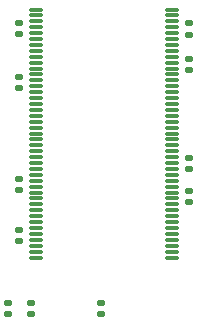
<source format=gbr>
%TF.GenerationSoftware,KiCad,Pcbnew,8.99.0-2608-ga0707285a1*%
%TF.CreationDate,2024-10-22T09:17:45-04:00*%
%TF.ProjectId,shinobi,7368696e-6f62-4692-9e6b-696361645f70,rev?*%
%TF.SameCoordinates,Original*%
%TF.FileFunction,Paste,Bot*%
%TF.FilePolarity,Positive*%
%FSLAX46Y46*%
G04 Gerber Fmt 4.6, Leading zero omitted, Abs format (unit mm)*
G04 Created by KiCad (PCBNEW 8.99.0-2608-ga0707285a1) date 2024-10-22 09:17:45*
%MOMM*%
%LPD*%
G01*
G04 APERTURE LIST*
G04 Aperture macros list*
%AMRoundRect*
0 Rectangle with rounded corners*
0 $1 Rounding radius*
0 $2 $3 $4 $5 $6 $7 $8 $9 X,Y pos of 4 corners*
0 Add a 4 corners polygon primitive as box body*
4,1,4,$2,$3,$4,$5,$6,$7,$8,$9,$2,$3,0*
0 Add four circle primitives for the rounded corners*
1,1,$1+$1,$2,$3*
1,1,$1+$1,$4,$5*
1,1,$1+$1,$6,$7*
1,1,$1+$1,$8,$9*
0 Add four rect primitives between the rounded corners*
20,1,$1+$1,$2,$3,$4,$5,0*
20,1,$1+$1,$4,$5,$6,$7,0*
20,1,$1+$1,$6,$7,$8,$9,0*
20,1,$1+$1,$8,$9,$2,$3,0*%
G04 Aperture macros list end*
%ADD10RoundRect,0.140000X0.170000X-0.140000X0.170000X0.140000X-0.170000X0.140000X-0.170000X-0.140000X0*%
%ADD11RoundRect,0.140000X-0.170000X0.140000X-0.170000X-0.140000X0.170000X-0.140000X0.170000X0.140000X0*%
%ADD12RoundRect,0.076200X-0.527050X-0.063500X0.527050X-0.063500X0.527050X0.063500X-0.527050X0.063500X0*%
G04 APERTURE END LIST*
D10*
%TO.C,C59*%
X150343100Y-103329600D03*
X150343100Y-102369600D03*
%TD*%
D11*
%TO.C,C62*%
X164801100Y-112023600D03*
X164801100Y-112983600D03*
%TD*%
%TO.C,C58*%
X150343100Y-97797600D03*
X150343100Y-98757600D03*
%TD*%
%TO.C,C35*%
X157268100Y-121482600D03*
X157268100Y-122442600D03*
%TD*%
%TO.C,C63*%
X164801100Y-109223600D03*
X164801100Y-110183600D03*
%TD*%
D10*
%TO.C,C64*%
X164801100Y-101783600D03*
X164801100Y-100823600D03*
%TD*%
%TO.C,C61*%
X150343100Y-116283600D03*
X150343100Y-115323600D03*
%TD*%
D11*
%TO.C,C33*%
X149468100Y-121482600D03*
X149468100Y-122442600D03*
%TD*%
D10*
%TO.C,C65*%
X164801100Y-98783600D03*
X164801100Y-97823600D03*
%TD*%
D11*
%TO.C,C34*%
X151418100Y-121482600D03*
X151418100Y-122442600D03*
%TD*%
%TO.C,C60*%
X150343100Y-111005600D03*
X150343100Y-111965600D03*
%TD*%
D12*
%TO.C,U8*%
X151843100Y-117667600D03*
X151843100Y-117167600D03*
X151843100Y-116667600D03*
X151843100Y-116167600D03*
X151843100Y-115667600D03*
X151843100Y-115167600D03*
X151843100Y-114667600D03*
X151843100Y-114167600D03*
X151843100Y-113667600D03*
X151843100Y-113167600D03*
X151843100Y-112667600D03*
X151843100Y-112167600D03*
X151843100Y-111667600D03*
X151843100Y-111167600D03*
X151843100Y-110667600D03*
X151843100Y-110167600D03*
X151843100Y-109667600D03*
X151843100Y-109167600D03*
X151843100Y-108667600D03*
X151843100Y-108167600D03*
X151843100Y-107667600D03*
X151843100Y-107167600D03*
X151843100Y-106667600D03*
X151843100Y-106167600D03*
X151843100Y-105667600D03*
X151843100Y-105167600D03*
X151843100Y-104667600D03*
X151843100Y-104167600D03*
X151843100Y-103667600D03*
X151843100Y-103167600D03*
X151843100Y-102667600D03*
X151843100Y-102167600D03*
X151843100Y-101667600D03*
X151843100Y-101167600D03*
X151843100Y-100667600D03*
X151843100Y-100167600D03*
X151843100Y-99667600D03*
X151843100Y-99167600D03*
X151843100Y-98667600D03*
X151843100Y-98167600D03*
X151843100Y-97667600D03*
X151843100Y-97167600D03*
X151843100Y-96667600D03*
X163343100Y-96667600D03*
X163343100Y-97167600D03*
X163343100Y-97667600D03*
X163343100Y-98167600D03*
X163343100Y-98667600D03*
X163343100Y-99167600D03*
X163343100Y-99667600D03*
X163343100Y-100167600D03*
X163343100Y-100667600D03*
X163343100Y-101167600D03*
X163343100Y-101667600D03*
X163343100Y-102167600D03*
X163343100Y-102667600D03*
X163343100Y-103167600D03*
X163343100Y-103667600D03*
X163343100Y-104167600D03*
X163343100Y-104667600D03*
X163343100Y-105167600D03*
X163343100Y-105667600D03*
X163343100Y-106167600D03*
X163343100Y-106667600D03*
X163343100Y-107167600D03*
X163343100Y-107667600D03*
X163343100Y-108167600D03*
X163343100Y-108667600D03*
X163343100Y-109167600D03*
X163343100Y-109667600D03*
X163343100Y-110167600D03*
X163343100Y-110667600D03*
X163343100Y-111167600D03*
X163343100Y-111667600D03*
X163343100Y-112167600D03*
X163343100Y-112667600D03*
X163343100Y-113167600D03*
X163343100Y-113667600D03*
X163343100Y-114167600D03*
X163343100Y-114667600D03*
X163343100Y-115167600D03*
X163343100Y-115667600D03*
X163343100Y-116167600D03*
X163343100Y-116667600D03*
X163343100Y-117167600D03*
X163343100Y-117667600D03*
%TD*%
M02*

</source>
